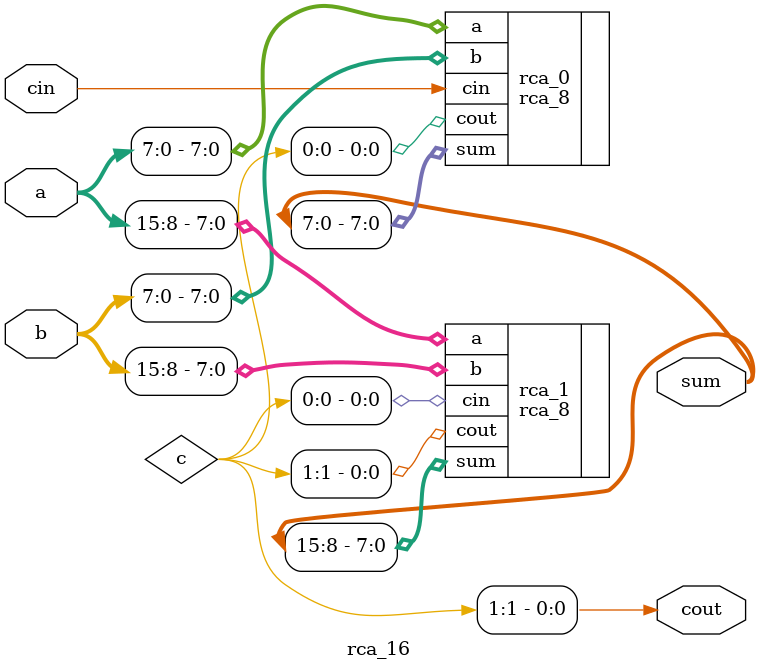
<source format=v>
module rca_16(
    input [15:0] a,
    input [15:0] b,
    input cin,
    output [15:0] sum,
    output cout
);

wire [1:0] c;

rca_8 rca_0(
    .a(a[7:0]),
    .b(b[7:0]),
    .cin(cin),
    .sum(sum[7:0]),
    .cout(c[0])
);

rca_8 rca_1(
    .a(a[15:8]),
    .b(b[15:8]),
    .cin(c[0]),
    .sum(sum[15:8]),
    .cout(c[1])
);

assign cout = c[1];

endmodule
</source>
